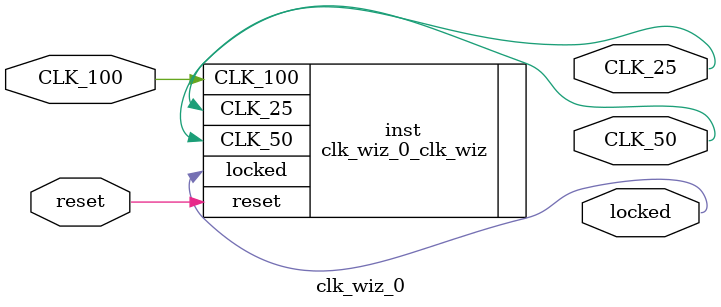
<source format=v>


`timescale 1ps/1ps

(* CORE_GENERATION_INFO = "clk_wiz_0,clk_wiz_v6_0_10_0_0,{component_name=clk_wiz_0,use_phase_alignment=true,use_min_o_jitter=false,use_max_i_jitter=false,use_dyn_phase_shift=false,use_inclk_switchover=false,use_dyn_reconfig=false,enable_axi=0,feedback_source=FDBK_AUTO,PRIMITIVE=MMCM,num_out_clk=2,clkin1_period=10.000,clkin2_period=10.000,use_power_down=false,use_reset=true,use_locked=true,use_inclk_stopped=false,feedback_type=SINGLE,CLOCK_MGR_TYPE=NA,manual_override=false}" *)

module clk_wiz_0 
 (
  // Clock out ports
  output        CLK_50,
  output        CLK_25,
  // Status and control signals
  input         reset,
  output        locked,
 // Clock in ports
  input         CLK_100
 );

  clk_wiz_0_clk_wiz inst
  (
  // Clock out ports  
  .CLK_50(CLK_50),
  .CLK_25(CLK_25),
  // Status and control signals               
  .reset(reset), 
  .locked(locked),
 // Clock in ports
  .CLK_100(CLK_100)
  );

endmodule

</source>
